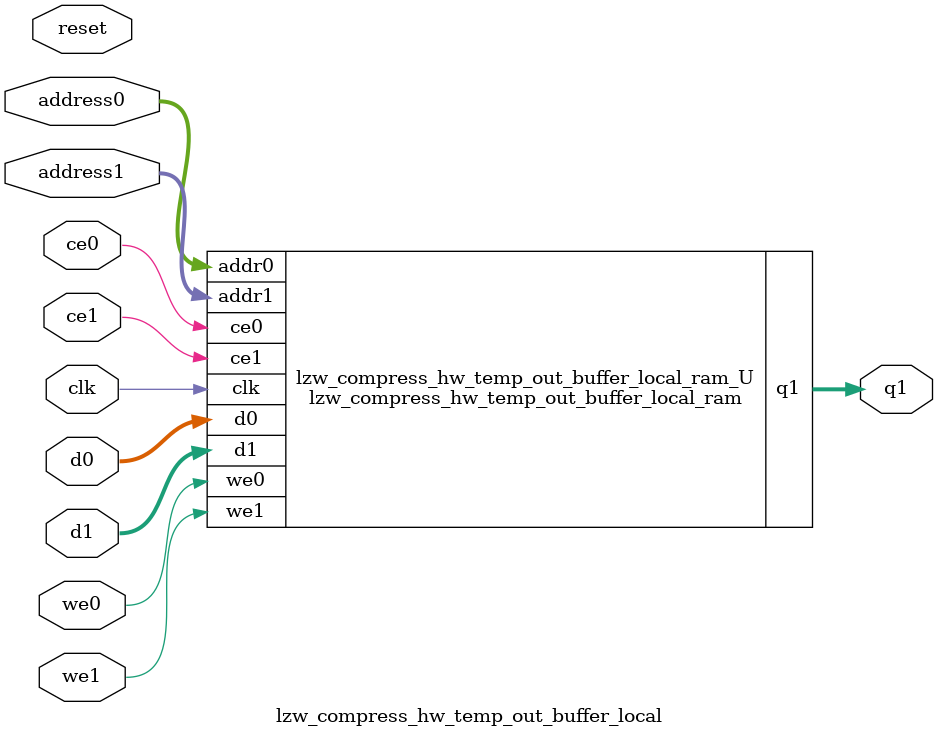
<source format=v>
`timescale 1 ns / 1 ps
module lzw_compress_hw_temp_out_buffer_local_ram (addr0, ce0, d0, we0, addr1, ce1, d1, we1, q1,  clk);

parameter DWIDTH = 8;
parameter AWIDTH = 11;
parameter MEM_SIZE = 2048;

input[AWIDTH-1:0] addr0;
input ce0;
input[DWIDTH-1:0] d0;
input we0;
input[AWIDTH-1:0] addr1;
input ce1;
input[DWIDTH-1:0] d1;
input we1;
output reg[DWIDTH-1:0] q1;
input clk;

reg [DWIDTH-1:0] ram[0:MEM_SIZE-1];




always @(posedge clk)  
begin 
    if (ce0) begin
        if (we0) 
            ram[addr0] <= d0; 
    end
end


always @(posedge clk)  
begin 
    if (ce1) begin
        if (we1) 
            ram[addr1] <= d1; 
        q1 <= ram[addr1];
    end
end


endmodule

`timescale 1 ns / 1 ps
module lzw_compress_hw_temp_out_buffer_local(
    reset,
    clk,
    address0,
    ce0,
    we0,
    d0,
    address1,
    ce1,
    we1,
    d1,
    q1);

parameter DataWidth = 32'd8;
parameter AddressRange = 32'd2048;
parameter AddressWidth = 32'd11;
input reset;
input clk;
input[AddressWidth - 1:0] address0;
input ce0;
input we0;
input[DataWidth - 1:0] d0;
input[AddressWidth - 1:0] address1;
input ce1;
input we1;
input[DataWidth - 1:0] d1;
output[DataWidth - 1:0] q1;



lzw_compress_hw_temp_out_buffer_local_ram lzw_compress_hw_temp_out_buffer_local_ram_U(
    .clk( clk ),
    .addr0( address0 ),
    .ce0( ce0 ),
    .we0( we0 ),
    .d0( d0 ),
    .addr1( address1 ),
    .ce1( ce1 ),
    .we1( we1 ),
    .d1( d1 ),
    .q1( q1 ));

endmodule


</source>
